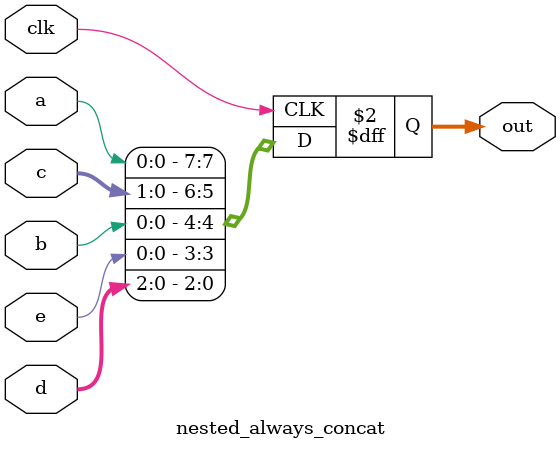
<source format=v>
module nested_always_concat(
	input clk,
	input a, 
	input b, 
	input [1:0] c,
	input [2:0] d,
	input e,
	output reg [7:0] out
);

	always @(posedge clk) begin
		out <= {a,c,b,{e,d}};
	end

endmodule
</source>
